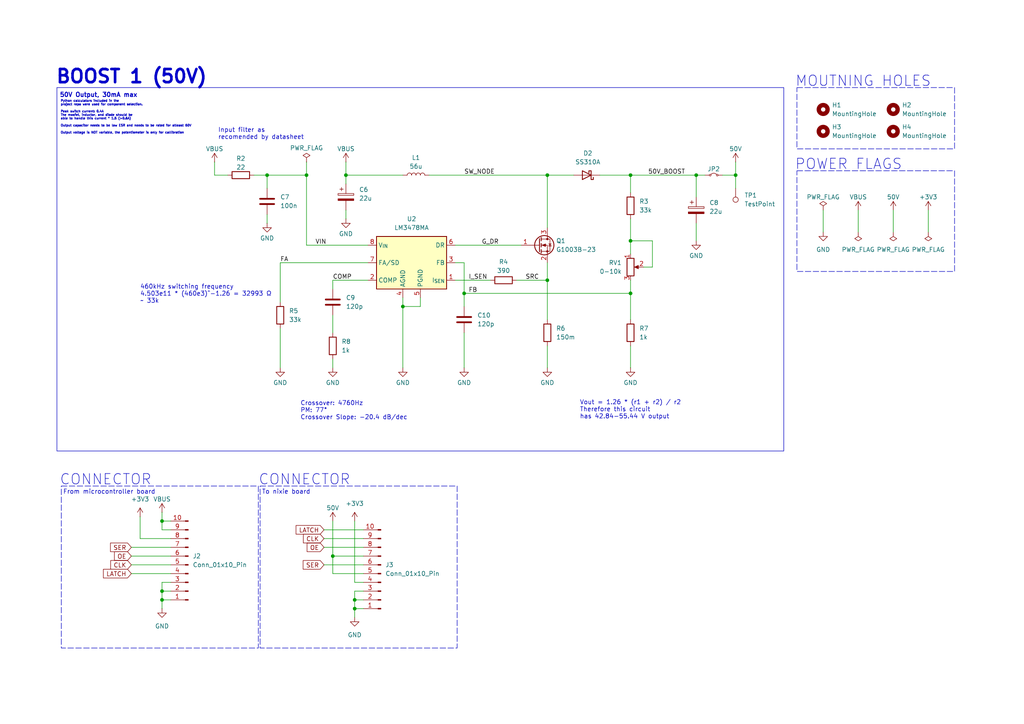
<source format=kicad_sch>
(kicad_sch (version 20250114) (generator "eeschema") (generator_version "9.0")
  (paper "A4")
  (title_block (title "Power Supply Schematic") (date "2024-06-06") (rev "0.1.1"))
  (lib_symbols
    (symbol "Connector:Conn_01x10_Pin" (pin_names (offset 1.016) (hide yes))
      (property "Reference" "J" (at 0 12.7 0))
      (property "Value" "Conn_01x10_Pin" (at 0 -15.24 0))
      (symbol "Conn_01x10_Pin_1_1"
        (rectangle (start 0.8636 10.287) (end 0 10.033) (stroke (width 0.1524)) (fill (type outline)))
        (rectangle (start 0.8636 7.747) (end 0 7.493) (stroke (width 0.1524)) (fill (type outline)))
        (rectangle (start 0.8636 5.207) (end 0 4.953) (stroke (width 0.1524)) (fill (type outline)))
        (rectangle (start 0.8636 2.667) (end 0 2.413) (stroke (width 0.1524)) (fill (type outline)))
        (rectangle (start 0.8636 0.127) (end 0 -0.127) (stroke (width 0.1524)) (fill (type outline)))
        (rectangle (start 0.8636 -2.413) (end 0 -2.667) (stroke (width 0.1524)) (fill (type outline)))
        (rectangle (start 0.8636 -4.953) (end 0 -5.207) (stroke (width 0.1524)) (fill (type outline)))
        (rectangle (start 0.8636 -7.493) (end 0 -7.747) (stroke (width 0.1524)) (fill (type outline)))
        (rectangle (start 0.8636 -10.033) (end 0 -10.287) (stroke (width 0.1524)) (fill (type outline)))
        (rectangle (start 0.8636 -12.573) (end 0 -12.827) (stroke (width 0.1524)) (fill (type outline)))
        (polyline (pts (xy 1.27 10.16) (xy 0.8636 10.16)) (stroke (width 0.1524)))
        (polyline (pts (xy 1.27 7.62) (xy 0.8636 7.62)) (stroke (width 0.1524)))
        (polyline (pts (xy 1.27 5.08) (xy 0.8636 5.08)) (stroke (width 0.1524)))
        (polyline (pts (xy 1.27 2.54) (xy 0.8636 2.54)) (stroke (width 0.1524)))
        (polyline (pts (xy 1.27 0) (xy 0.8636 0)) (stroke (width 0.1524)))
        (polyline (pts (xy 1.27 -2.54) (xy 0.8636 -2.54)) (stroke (width 0.1524)))
        (polyline (pts (xy 1.27 -5.08) (xy 0.8636 -5.08)) (stroke (width 0.1524)))
        (polyline (pts (xy 1.27 -7.62) (xy 0.8636 -7.62)) (stroke (width 0.1524)))
        (polyline (pts (xy 1.27 -10.16) (xy 0.8636 -10.16)) (stroke (width 0.1524)))
        (polyline (pts (xy 1.27 -12.7) (xy 0.8636 -12.7)) (stroke (width 0.1524)))
        (pin passive line (at 5.08 10.16 180) (length 3.81) (name "Pin_1") (number "1"))
        (pin passive line (at 5.08 7.62 180) (length 3.81) (name "Pin_2") (number "2"))
        (pin passive line (at 5.08 5.08 180) (length 3.81) (name "Pin_3") (number "3"))
        (pin passive line (at 5.08 2.54 180) (length 3.81) (name "Pin_4") (number "4"))
        (pin passive line (at 5.08 0 180) (length 3.81) (name "Pin_5") (number "5"))
        (pin passive line (at 5.08 -2.54 180) (length 3.81) (name "Pin_6") (number "6"))
        (pin passive line (at 5.08 -5.08 180) (length 3.81) (name "Pin_7") (number "7"))
        (pin passive line (at 5.08 -7.62 180) (length 3.81) (name "Pin_8") (number "8"))
        (pin passive line (at 5.08 -10.16 180) (length 3.81) (name "Pin_9") (number "9"))
        (pin passive line (at 5.08 -12.7 180) (length 3.81) (name "Pin_10") (number "10"))
      )
    )
    (symbol "Connector:TestPoint" (pin_numbers (hide yes)) (pin_names (offset 0.762) (hide yes))
      (property "Reference" "TP" (at 0 6.858 0))
      (property "Value" "TestPoint" (at 0 5.08 0))
      (symbol "TestPoint_0_1"
        (circle (center 0 3.302) (radius 0.762))
      )
      (symbol "TestPoint_1_1"
        (pin passive line (at 0 0 90) (length 2.54) (name "1") (number "1"))
      )
    )
    (symbol "Custom:170V" (power) (pin_numbers (hide yes)) (pin_names (offset 0) (hide yes))
      (property "Value" "170V" (at 0 3.556 0))
      (symbol "170V_0_1"
        (polyline (pts (xy -0.762 1.27) (xy 0 2.54)))
        (polyline (pts (xy 0 2.54) (xy 0.762 1.27)))
        (polyline (pts (xy 0 0) (xy 0 2.54)))
      )
      (symbol "170V_1_1"
        (pin power_in line (at 0 0 90) (length 0) (name "~") (number "1"))
      )
    )
    (symbol "Device:C" (pin_numbers (hide yes)) (pin_names (offset 0.254))
      (property "Reference" "C" (at 0.635 2.54 0))
      (property "Value" "C" (at 0.635 -2.54 0))
      (symbol "C_0_1"
        (polyline (pts (xy -2.032 0.762) (xy 2.032 0.762)) (stroke (width 0.508)))
        (polyline (pts (xy -2.032 -0.762) (xy 2.032 -0.762)) (stroke (width 0.508)))
      )
      (symbol "C_1_1"
        (pin passive line (at 0 3.81 270) (length 2.794) (name "~") (number "1"))
        (pin passive line (at 0 -3.81 90) (length 2.794) (name "~") (number "2"))
      )
    )
    (symbol "Device:C_Polarized" (pin_numbers (hide yes)) (pin_names (offset 0.254))
      (property "Reference" "C" (at 0.635 2.54 0))
      (property "Value" "C_Polarized" (at 0.635 -2.54 0))
      (symbol "C_Polarized_0_1"
        (rectangle (start -2.286 0.508) (end 2.286 1.016))
        (polyline (pts (xy -1.778 2.286) (xy -0.762 2.286)))
        (polyline (pts (xy -1.27 2.794) (xy -1.27 1.778)))
        (rectangle (start 2.286 -0.508) (end -2.286 -1.016) (fill (type outline)))
      )
      (symbol "C_Polarized_1_1"
        (pin passive line (at 0 3.81 270) (length 2.794) (name "~") (number "1"))
        (pin passive line (at 0 -3.81 90) (length 2.794) (name "~") (number "2"))
      )
    )
    (symbol "Device:D_Schottky" (pin_numbers (hide yes)) (pin_names (offset 1.016) (hide yes))
      (property "Reference" "D" (at 0 2.54 0))
      (property "Value" "D_Schottky" (at 0 -2.54 0))
      (symbol "D_Schottky_0_1"
        (polyline (pts (xy -1.905 0.635) (xy -1.905 1.27) (xy -1.27 1.27) (xy -1.27 -1.27) (xy -0.635 -1.27) (xy -0.635 -0.635)) (stroke (width 0.254)))
        (polyline (pts (xy 1.27 1.27) (xy 1.27 -1.27) (xy -1.27 0) (xy 1.27 1.27)) (stroke (width 0.254)))
        (polyline (pts (xy 1.27 0) (xy -1.27 0)))
      )
      (symbol "D_Schottky_1_1"
        (pin passive line (at -3.81 0 0) (length 2.54) (name "K") (number "1"))
        (pin passive line (at 3.81 0 180) (length 2.54) (name "A") (number "2"))
      )
    )
    (symbol "Device:L" (pin_numbers (hide yes)) (pin_names (offset 1.016) (hide yes))
      (property "Reference" "L" (at -1.27 0 90))
      (property "Value" "L" (at 1.905 0 90))
      (symbol "L_0_1"
        (arc (start 0 2.54) (mid 0.6323 1.905) (end 0 1.27))
        (arc (start 0 1.27) (mid 0.6323 0.635) (end 0 0))
        (arc (start 0 0) (mid 0.6323 -0.635) (end 0 -1.27))
        (arc (start 0 -1.27) (mid 0.6323 -1.905) (end 0 -2.54))
      )
      (symbol "L_1_1"
        (pin passive line (at 0 3.81 270) (length 1.27) (name "1") (number "1"))
        (pin passive line (at 0 -3.81 90) (length 1.27) (name "2") (number "2"))
      )
    )
    (symbol "Device:R" (pin_numbers (hide yes)) (pin_names (offset 0))
      (property "Reference" "R" (at 2.032 0 90))
      (property "Value" "R" (at 0 0 90))
      (symbol "R_0_1"
        (rectangle (start -1.016 -2.54) (end 1.016 2.54) (stroke (width 0.254)))
      )
      (symbol "R_1_1"
        (pin passive line (at 0 3.81 270) (length 1.27) (name "~") (number "1"))
        (pin passive line (at 0 -3.81 90) (length 1.27) (name "~") (number "2"))
      )
    )
    (symbol "Device:R_Potentiometer" (pin_names (offset 1.016) (hide yes))
      (property "Reference" "RV" (at -4.445 0 90))
      (property "Value" "R_Potentiometer" (at -2.54 0 90))
      (symbol "R_Potentiometer_0_1"
        (rectangle (start 1.016 2.54) (end -1.016 -2.54) (stroke (width 0.254)))
        (polyline (pts (xy 1.143 0) (xy 2.286 0.508) (xy 2.286 -0.508) (xy 1.143 0)) (fill (type outline)))
        (polyline (pts (xy 2.54 0) (xy 1.524 0)))
      )
      (symbol "R_Potentiometer_1_1"
        (pin passive line (at 0 3.81 270) (length 1.27) (name "1") (number "1"))
        (pin passive line (at 0 -3.81 90) (length 1.27) (name "3") (number "3"))
        (pin passive line (at 3.81 0 180) (length 1.27) (name "2") (number "2"))
      )
    )
    (symbol "Jumper:Jumper_2_Small_Bridged" (pin_numbers (hide yes)) (pin_names (offset 0) (hide yes))
      (property "Reference" "JP" (at 0 2.032 0))
      (property "Value" "Jumper_2_Small_Bridged" (at 0 -2.286 0))
      (symbol "Jumper_2_Small_Bridged_0_0"
        (circle (center -1.016 0) (radius 0.254))
        (circle (center 1.016 0) (radius 0.254))
      )
      (symbol "Jumper_2_Small_Bridged_0_1"
        (arc (start -0.762 0.254) (mid 0 0.5696) (end 0.762 0.254))
      )
      (symbol "Jumper_2_Small_Bridged_1_1"
        (pin passive line (at -2.54 0 0) (length 1.27) (name "A") (number "1"))
        (pin passive line (at 2.54 0 180) (length 1.27) (name "B") (number "2"))
      )
    )
    (symbol "Mechanical:MountingHole" (pin_names (offset 1.016)) (exclude_from_sim yes) (in_bom no)
      (property "Reference" "H" (at 0 5.08 0))
      (property "Value" "MountingHole" (at 0 3.175 0))
      (symbol "MountingHole_0_1"
        (circle (center 0 0) (radius 1.27) (stroke (width 1.27)))
      )
    )
    (symbol "Regulator_Controller:LM3478MA"
      (property "Reference" "U" (at -9.525 8.89 0))
      (property "Value" "LM3478MA" (at 5.08 8.89 0))
      (symbol "LM3478MA_0_1"
        (rectangle (start -10.16 7.62) (end 10.16 -7.62) (stroke (width 0.254)) (fill (type background)))
      )
      (symbol "LM3478MA_1_1"
        (pin power_in line (at -12.7 5.08 0) (length 2.54) (name "V_{IN}") (number "8"))
        (pin input line (at -12.7 0 0) (length 2.54) (name "FA/SD") (number "7"))
        (pin input line (at -12.7 -5.08 0) (length 2.54) (name "COMP") (number "2"))
        (pin power_in line (at -2.54 -10.16 90) (length 2.54) (name "AGND") (number "4"))
        (pin power_in line (at 2.54 -10.16 90) (length 2.54) (name "PGND") (number "5"))
        (pin output line (at 12.7 5.08 180) (length 2.54) (name "DR") (number "6"))
        (pin input line (at 12.7 0 180) (length 2.54) (name "FB") (number "3"))
        (pin input line (at 12.7 -5.08 180) (length 2.54) (name "I_{SEN}") (number "1"))
      )
    )
    (symbol "Transistor_FET:2N7002E" (pin_names (offset 0) (hide yes))
      (property "Reference" "Q" (at 5.08 1.905 0))
      (property "Value" "2N7002E" (at 5.08 0 0))
      (symbol "2N7002E_0_1"
        (polyline (pts (xy 0.254 1.905) (xy 0.254 -1.905)) (stroke (width 0.254)))
        (polyline (pts (xy 0.254 0) (xy -2.54 0)))
        (polyline (pts (xy 0.762 2.286) (xy 0.762 1.27)) (stroke (width 0.254)))
        (polyline (pts (xy 0.762 0.508) (xy 0.762 -0.508)) (stroke (width 0.254)))
        (polyline (pts (xy 0.762 -1.27) (xy 0.762 -2.286)) (stroke (width 0.254)))
        (polyline (pts (xy 0.762 -1.778) (xy 3.302 -1.778) (xy 3.302 1.778) (xy 0.762 1.778)))
        (polyline (pts (xy 1.016 0) (xy 2.032 0.381) (xy 2.032 -0.381) (xy 1.016 0)) (fill (type outline)))
        (circle (center 1.651 0) (radius 2.794) (stroke (width 0.254)))
        (polyline (pts (xy 2.54 2.54) (xy 2.54 1.778)))
        (circle (center 2.54 1.778) (radius 0.254) (fill (type outline)))
        (circle (center 2.54 -1.778) (radius 0.254) (fill (type outline)))
        (polyline (pts (xy 2.54 -2.54) (xy 2.54 0) (xy 0.762 0)))
        (polyline (pts (xy 2.921 0.381) (xy 3.683 0.381)))
        (polyline (pts (xy 3.302 0.381) (xy 2.921 -0.254) (xy 3.683 -0.254) (xy 3.302 0.381)))
      )
      (symbol "2N7002E_1_1"
        (pin input line (at -5.08 0 0) (length 2.54) (name "G") (number "1"))
        (pin passive line (at 2.54 5.08 270) (length 2.54) (name "D") (number "3"))
        (pin passive line (at 2.54 -5.08 90) (length 2.54) (name "S") (number "2"))
      )
    )
    (symbol "power:+3V3" (power) (pin_numbers (hide yes)) (pin_names (offset 0) (hide yes))
      (property "Value" "+3V3" (at 0 3.556 0))
      (symbol "+3V3_0_1"
        (polyline (pts (xy -0.762 1.27) (xy 0 2.54)))
        (polyline (pts (xy 0 2.54) (xy 0.762 1.27)))
        (polyline (pts (xy 0 0) (xy 0 2.54)))
      )
      (symbol "+3V3_1_1"
        (pin power_in line (at 0 0 90) (length 0) (name "~") (number "1"))
      )
    )
    (symbol "power:GND" (power) (pin_numbers (hide yes)) (pin_names (offset 0) (hide yes))
      (property "Value" "GND" (at 0 -3.81 0))
      (symbol "GND_0_1"
        (polyline (pts (xy 0 0) (xy 0 -1.27) (xy 1.27 -1.27) (xy 0 -2.54) (xy -1.27 -1.27) (xy 0 -1.27)))
      )
      (symbol "GND_1_1"
        (pin power_in line (at 0 0 270) (length 0) (name "~") (number "1"))
      )
    )
    (symbol "power:PWR_FLAG" (power) (pin_numbers (hide yes)) (pin_names (offset 0) (hide yes))
      (property "Value" "PWR_FLAG" (at 0 3.81 0))
      (symbol "PWR_FLAG_0_0"
        (pin power_out line (at 0 0 90) (length 0) (name "~") (number "1"))
      )
      (symbol "PWR_FLAG_0_1"
        (polyline (pts (xy 0 0) (xy 0 1.27) (xy -1.016 1.905) (xy 0 2.54) (xy 1.016 1.905) (xy 0 1.27)))
      )
    )
    (symbol "power:VBUS" (power) (pin_numbers (hide yes)) (pin_names (offset 0) (hide yes))
      (property "Value" "VBUS" (at 0 3.556 0))
      (symbol "VBUS_0_1"
        (polyline (pts (xy -0.762 1.27) (xy 0 2.54)))
        (polyline (pts (xy 0 2.54) (xy 0.762 1.27)))
        (polyline (pts (xy 0 0) (xy 0 2.54)))
      )
      (symbol "VBUS_1_1"
        (pin power_in line (at 0 0 90) (length 0) (name "~") (number "1"))
      )
    )
  )
  (rectangle (start 231.14 25.4) (end 276.86 43.18) (stroke (width 0) (type dash)))
  (rectangle (start 231.14 49.53) (end 276.86 78.74) (stroke (width 0) (type dash)))
  (rectangle (start 17.78 140.97) (end 74.93 187.96) (stroke (width 0) (type dash)))
  (rectangle (start 16.51 25.4) (end 227.33 130.81))
  (rectangle (start 75.438 140.97) (end 132.588 187.96) (stroke (width 0) (type dash)))
  (text "MOUTNING HOLES" (at 230.632 25.4 0) (effects (font (size 3 3)) (justify left bottom)))
  (text "From microcontroller board" (at 18.288 143.51 0) (effects (font (size 1.27 1.27)) (justify left bottom)))
  (text "Python calculators included in the\nproject repo were used for component selection.\n\nPeak switch current: 0.4A\nThe mosfet, inductor, and diode should be\nable to handle this current * 1.5 (>0.6A)\n\nOutput capacitor needs to be low ESR and needs to be rated for atleast 60V\n\nOutput voltage is NOT variable, the potentiometer is only for callibration" (at 17.526 34.036 0) (effects (font (size 0.635 0.635) (thickness 0.254) (bold yes)) (justify left)))
  (text "460kHz switching frequency\n4.503e11 * (460e3)^-1.26 = 32993 Ω\n~ 33k" (at 40.64 85.344 0) (effects (font (size 1.27 1.27)) (justify left)))
  (text "BOOST 1 (50V)" (at 16.002 22.352 0) (effects (font (size 3.81 3.81) (thickness 0.762) (bold yes)) (justify left)))
  (text "Vout = 1.26 * (r1 + r2) / r2\nTherefore this circuit\nhas 42.84-55.44 V output" (at 168.148 118.872 0) (effects (font (size 1.27 1.27)) (justify left)))
  (text "CONNECTOR" (at 17.272 140.97 0) (effects (font (size 3 3)) (justify left bottom)))
  (text "CONNECTOR" (at 74.93 140.97 0) (effects (font (size 3 3)) (justify left bottom)))
  (text "Crossover: 4760Hz\nPM: 77°\nCrossover Slope: -20.4 dB/dec" (at 87.122 119.126 0) (effects (font (size 1.27 1.27)) (justify left)))
  (text "To nixie board" (at 75.946 143.51 0) (effects (font (size 1.27 1.27)) (justify left bottom)))
  (text "Input filter as\nrecomended by datasheet" (at 63.246 38.862 0) (effects (font (size 1.27 1.27)) (justify left)))
  (text "POWER FLAGS" (at 246.126 47.752 0) (effects (font (size 3 3))))
  (text "50V Output, 30mA max" (at 17.272 27.686 0) (effects (font (size 1.27 1.27) (thickness 0.254) (bold yes)) (justify left)))
  (junction (at 213.36 50.8))
  (junction (at 96.52 161.29))
  (junction (at 100.33 50.8))
  (junction (at 116.84 88.9))
  (junction (at 182.88 50.8))
  (junction (at 134.62 85.09))
  (junction (at 102.87 173.99))
  (junction (at 77.47 50.8))
  (junction (at 201.93 50.8))
  (junction (at 46.99 171.45))
  (junction (at 46.99 173.99))
  (junction (at 46.99 151.13))
  (junction (at 158.75 50.8))
  (junction (at 158.75 81.28))
  (junction (at 88.9 50.8))
  (junction (at 102.87 176.53))
  (junction (at 182.88 85.09))
  (junction (at 182.88 69.85))
  (wire (pts (xy 38.1 163.83) (xy 49.53 163.83)))
  (wire (pts (xy 248.92 60.96) (xy 248.92 67.31)))
  (wire (pts (xy 100.33 53.34) (xy 100.33 50.8)))
  (wire (pts (xy 204.47 50.8) (xy 201.93 50.8)))
  (wire (pts (xy 158.75 50.8) (xy 158.75 66.04)))
  (wire (pts (xy 182.88 100.33) (xy 182.88 106.68)))
  (wire (pts (xy 49.53 156.21) (xy 40.64 156.21)))
  (wire (pts (xy 182.88 50.8) (xy 201.93 50.8)))
  (wire (pts (xy 213.36 46.99) (xy 213.36 50.8)))
  (wire (pts (xy 158.75 76.2) (xy 158.75 81.28)))
  (wire (pts (xy 46.99 151.13) (xy 49.53 151.13)))
  (wire (pts (xy 93.98 153.67) (xy 105.41 153.67)))
  (wire (pts (xy 173.99 50.8) (xy 182.88 50.8)))
  (wire (pts (xy 102.87 171.45) (xy 102.87 173.99)))
  (wire (pts (xy 158.75 81.28) (xy 158.75 92.71)))
  (wire (pts (xy 149.86 81.28) (xy 158.75 81.28)))
  (wire (pts (xy 189.23 77.47) (xy 189.23 69.85)))
  (wire (pts (xy 134.62 85.09) (xy 134.62 88.9)))
  (wire (pts (xy 132.08 71.12) (xy 151.13 71.12)))
  (wire (pts (xy 201.93 50.8) (xy 201.93 57.15)))
  (wire (pts (xy 134.62 76.2) (xy 134.62 85.09)))
  (wire (pts (xy 121.92 88.9) (xy 121.92 86.36)))
  (wire (pts (xy 124.46 50.8) (xy 158.75 50.8)))
  (wire (pts (xy 106.68 76.2) (xy 81.28 76.2)))
  (wire (pts (xy 134.62 85.09) (xy 182.88 85.09)))
  (wire (pts (xy 102.87 176.53) (xy 102.87 179.07)))
  (wire (pts (xy 182.88 50.8) (xy 182.88 55.88)))
  (wire (pts (xy 182.88 85.09) (xy 182.88 92.71)))
  (wire (pts (xy 209.55 50.8) (xy 213.36 50.8)))
  (wire (pts (xy 102.87 151.13) (xy 102.87 168.91)))
  (wire (pts (xy 49.53 153.67) (xy 46.99 153.67)))
  (wire (pts (xy 46.99 151.13) (xy 46.99 148.59)))
  (wire (pts (xy 38.1 161.29) (xy 49.53 161.29)))
  (wire (pts (xy 134.62 76.2) (xy 132.08 76.2)))
  (wire (pts (xy 182.88 81.28) (xy 182.88 85.09)))
  (wire (pts (xy 238.76 60.96) (xy 238.76 67.31)))
  (wire (pts (xy 158.75 50.8) (xy 166.37 50.8)))
  (wire (pts (xy 81.28 95.25) (xy 81.28 106.68)))
  (wire (pts (xy 46.99 173.99) (xy 46.99 176.53)))
  (wire (pts (xy 38.1 166.37) (xy 49.53 166.37)))
  (wire (pts (xy 66.04 50.8) (xy 62.23 50.8)))
  (wire (pts (xy 96.52 104.14) (xy 96.52 106.68)))
  (wire (pts (xy 93.98 158.75) (xy 105.41 158.75)))
  (wire (pts (xy 116.84 86.36) (xy 116.84 88.9)))
  (wire (pts (xy 77.47 50.8) (xy 77.47 54.61)))
  (wire (pts (xy 96.52 161.29) (xy 96.52 166.37)))
  (wire (pts (xy 46.99 171.45) (xy 46.99 173.99)))
  (wire (pts (xy 93.98 156.21) (xy 105.41 156.21)))
  (wire (pts (xy 96.52 81.28) (xy 106.68 81.28)))
  (wire (pts (xy 38.1 158.75) (xy 49.53 158.75)))
  (wire (pts (xy 102.87 173.99) (xy 105.41 173.99)))
  (wire (pts (xy 213.36 50.8) (xy 213.36 54.61)))
  (wire (pts (xy 116.84 88.9) (xy 121.92 88.9)))
  (wire (pts (xy 100.33 50.8) (xy 116.84 50.8)))
  (wire (pts (xy 201.93 64.77) (xy 201.93 69.85)))
  (wire (pts (xy 189.23 69.85) (xy 182.88 69.85)))
  (wire (pts (xy 96.52 166.37) (xy 105.41 166.37)))
  (wire (pts (xy 134.62 96.52) (xy 134.62 106.68)))
  (wire (pts (xy 269.24 60.96) (xy 269.24 67.31)))
  (wire (pts (xy 73.66 50.8) (xy 77.47 50.8)))
  (wire (pts (xy 102.87 173.99) (xy 102.87 176.53)))
  (wire (pts (xy 100.33 46.99) (xy 100.33 50.8)))
  (wire (pts (xy 96.52 161.29) (xy 105.41 161.29)))
  (wire (pts (xy 132.08 81.28) (xy 142.24 81.28)))
  (wire (pts (xy 88.9 46.99) (xy 88.9 50.8)))
  (wire (pts (xy 158.75 100.33) (xy 158.75 106.68)))
  (wire (pts (xy 100.33 60.96) (xy 100.33 63.5)))
  (wire (pts (xy 62.23 46.99) (xy 62.23 50.8)))
  (wire (pts (xy 46.99 168.91) (xy 49.53 168.91)))
  (wire (pts (xy 105.41 171.45) (xy 102.87 171.45)))
  (wire (pts (xy 116.84 88.9) (xy 116.84 106.68)))
  (wire (pts (xy 88.9 50.8) (xy 88.9 71.12)))
  (wire (pts (xy 93.98 163.83) (xy 105.41 163.83)))
  (wire (pts (xy 46.99 173.99) (xy 49.53 173.99)))
  (wire (pts (xy 182.88 69.85) (xy 182.88 73.66)))
  (wire (pts (xy 46.99 153.67) (xy 46.99 151.13)))
  (wire (pts (xy 259.08 60.96) (xy 259.08 67.31)))
  (wire (pts (xy 49.53 171.45) (xy 46.99 171.45)))
  (wire (pts (xy 46.99 171.45) (xy 46.99 168.91)))
  (wire (pts (xy 186.69 77.47) (xy 189.23 77.47)))
  (wire (pts (xy 105.41 168.91) (xy 102.87 168.91)))
  (wire (pts (xy 182.88 63.5) (xy 182.88 69.85)))
  (wire (pts (xy 88.9 71.12) (xy 106.68 71.12)))
  (wire (pts (xy 40.64 156.21) (xy 40.64 149.86)))
  (wire (pts (xy 81.28 76.2) (xy 81.28 87.63)))
  (wire (pts (xy 96.52 91.44) (xy 96.52 96.52)))
  (wire (pts (xy 77.47 50.8) (xy 88.9 50.8)))
  (wire (pts (xy 96.52 81.28) (xy 96.52 83.82)))
  (wire (pts (xy 96.52 151.13) (xy 96.52 161.29)))
  (wire (pts (xy 102.87 176.53) (xy 105.41 176.53)))
  (wire (pts (xy 77.47 62.23) (xy 77.47 64.77)))
  (label "G_DR" (at 139.7 71.12 0))
  (label "SW_NODE" (at 134.62 50.8 0))
  (label "COMP" (at 96.52 81.28 0))
  (label "I_SEN" (at 135.89 81.28 0))
  (label "VIN" (at 91.44 71.12 0) (effects (font (thickness 0.1588))))
  (label "FB" (at 135.89 85.09 0))
  (label "FA" (at 81.28 76.2 0))
  (label "SRC" (at 152.4 81.28 0))
  (label "50V_BOOST" (at 187.96 50.8 0))
  (global_label "CLK" (shape input) (at 38.1 163.83 180) (property "Intersheetrefs" "${INTERSHEET_REFS}" (effects (hide yes))))
  (global_label "SER" (shape input) (at 93.98 163.83 180) (property "Intersheetrefs" "${INTERSHEET_REFS}" (effects (hide yes))))
  (global_label "LATCH" (shape input) (at 93.98 153.67 180) (property "Intersheetrefs" "${INTERSHEET_REFS}" (effects (hide yes))))
  (global_label "CLK" (shape input) (at 93.98 156.21 180) (property "Intersheetrefs" "${INTERSHEET_REFS}" (effects (hide yes))))
  (global_label "SER" (shape input) (at 38.1 158.75 180) (property "Intersheetrefs" "${INTERSHEET_REFS}" (effects (hide yes))))
  (global_label "OE" (shape input) (at 93.98 158.75 180) (property "Intersheetrefs" "${INTERSHEET_REFS}" (effects (hide yes))))
  (global_label "OE" (shape input) (at 38.1 161.29 180) (property "Intersheetrefs" "${INTERSHEET_REFS}" (effects (hide yes))))
  (global_label "LATCH" (shape input) (at 38.1 166.37 180) (property "Intersheetrefs" "${INTERSHEET_REFS}" (effects (hide yes))))
  (symbol (lib_id "power:VBUS") (at 100.33 46.99 0) (unit 1)
    (property "Reference" "#PWR03" (effects (hide yes)))
    (property "Value" "VBUS" (at 100.33 43.18 0))
    (property "Description" "Power symbol creates a global label with name \"VBUS\"" (effects (hide yes)))
  )
  (symbol (lib_id "power:GND") (at 116.84 106.68 0) (mirror y) (unit 1)
    (property "Reference" "#PWR032" (effects (hide yes)))
    (property "Value" "GND" (at 116.84 110.998 0))
    (property "Description" "Power symbol creates a global label with name \"GND\" , ground" (effects (hide yes)))
  )
  (symbol (lib_id "Mechanical:MountingHole") (at 259.08 38.1 0) (unit 1) (exclude_from_sim yes) (in_bom no)
    (property "Reference" "H4" (at 261.62 36.8299 0) (effects (justify left)))
    (property "Value" "MountingHole" (at 261.62 39.3699 0) (effects (justify left)))
    (property "Footprint" "MountingHole:MountingHole_3.2mm_M3" (effects (hide yes)))
    (property "Description" "Mounting Hole without connection" (effects (hide yes)))
  )
  (symbol (lib_id "power:GND") (at 158.75 106.68 0) (mirror y) (unit 1)
    (property "Reference" "#PWR034" (effects (hide yes)))
    (property "Value" "GND" (at 158.75 110.998 0))
    (property "Description" "Power symbol creates a global label with name \"GND\" , ground" (effects (hide yes)))
  )
  (symbol (lib_id "power:GND") (at 182.88 106.68 0) (mirror y) (unit 1)
    (property "Reference" "#PWR035" (effects (hide yes)))
    (property "Value" "GND" (at 182.88 110.998 0))
    (property "Description" "Power symbol creates a global label with name \"GND\" , ground" (effects (hide yes)))
  )
  (symbol (lib_id "power:+3V3") (at 102.87 151.13 0) (unit 1)
    (property "Reference" "#PWR023" (effects (hide yes)))
    (property "Value" "+3V3" (at 102.87 146.05 0))
    (property "Description" "Power symbol creates a global label with name \"+3V3\"" (effects (hide yes)))
  )
  (symbol (lib_id "Device:R_Potentiometer") (at 182.88 77.47 0) (unit 1)
    (property "Reference" "RV1" (at 180.34 76.1999 0) (effects (justify right)))
    (property "Value" "0-10k" (at 180.34 78.7399 0) (effects (justify right)))
    (property "Footprint" "CustomFootprints:Potentiometer_Bourns_TC33X_Vertical" (effects (hide yes)))
    (property "Datasheet" "https://www.lcsc.com/datasheet/C719176.pdf" (effects (hide yes)))
    (property "Description" "Potentiometer" (effects (hide yes)))
    (property "LCSC PART #" "C719176" (effects (hide yes)))
  )
  (symbol (lib_id "power:GND") (at 81.28 106.68 0) (mirror y) (unit 1)
    (property "Reference" "#PWR030" (effects (hide yes)))
    (property "Value" "GND" (at 81.28 110.998 0))
    (property "Description" "Power symbol creates a global label with name \"GND\" , ground" (effects (hide yes)))
  )
  (symbol (lib_id "Device:C_Polarized") (at 100.33 57.15 0) (unit 1)
    (property "Reference" "C6" (at 104.14 54.9909 0) (effects (justify left)))
    (property "Value" "22u" (at 104.14 57.5309 0) (effects (justify left)))
    (property "Footprint" "Capacitor_SMD:CP_Elec_6.3x9.9" (effects (hide yes)))
    (property "Datasheet" "https://www.lcsc.com/datasheet/C19270543.pdf" (effects (hide yes)))
    (property "Description" "Polarized capacitor" (effects (hide yes)))
    (property "LCSC PART #" "C19270543" (effects (hide yes)))
  )
  (symbol (lib_id "power:GND") (at 77.47 64.77 0) (mirror y) (unit 1)
    (property "Reference" "#PWR028" (effects (hide yes)))
    (property "Value" "GND" (at 77.47 69.088 0))
    (property "Description" "Power symbol creates a global label with name \"GND\" , ground" (effects (hide yes)))
  )
  (symbol (lib_id "power:GND") (at 238.76 67.31 0) (unit 1)
    (property "Reference" "#PWR015" (effects (hide yes)))
    (property "Value" "GND" (at 238.76 72.39 0))
    (property "Description" "Power symbol creates a global label with name \"GND\" , ground" (effects (hide yes)))
  )
  (symbol (lib_id "Device:R") (at 81.28 91.44 0) (unit 1)
    (property "Reference" "R5" (at 83.82 90.1699 0) (effects (justify left)))
    (property "Value" "33k" (at 83.82 92.7099 0) (effects (justify left)))
    (property "Footprint" "Resistor_SMD:R_0603_1608Metric" (effects (hide yes)))
    (property "Datasheet" "https://www.lcsc.com/datasheet/C2907028.pdf" (effects (hide yes)))
    (property "Description" "Resistor" (effects (hide yes)))
    (property "LCSC PART #" "C2907028" (effects (hide yes)))
  )
  (symbol (lib_id "Device:C") (at 96.52 87.63 0) (unit 1)
    (property "Reference" "C9" (at 100.33 86.3599 0) (effects (justify left)))
    (property "Value" "120p" (at 100.33 88.8999 0) (effects (justify left)))
    (property "Footprint" "Capacitor_SMD:C_0603_1608Metric" (effects (hide yes)))
    (property "Datasheet" "https://www.lcsc.com/datasheet/C18438.pdf" (effects (hide yes)))
    (property "Description" "Unpolarized capacitor" (effects (hide yes)))
    (property "LCSC PART #" "C18438" (effects (hide yes)))
  )
  (symbol (lib_id "power:GND") (at 100.33 63.5 0) (mirror y) (unit 1)
    (property "Reference" "#PWR027" (effects (hide yes)))
    (property "Value" "GND" (at 100.33 67.818 0))
    (property "Description" "Power symbol creates a global label with name \"GND\" , ground" (effects (hide yes)))
  )
  (symbol (lib_id "Device:C") (at 134.62 92.71 0) (unit 1)
    (property "Reference" "C10" (at 138.43 91.4399 0) (effects (justify left)))
    (property "Value" "120p" (at 138.43 93.9799 0) (effects (justify left)))
    (property "Footprint" "Capacitor_SMD:C_0603_1608Metric" (effects (hide yes)))
    (property "Datasheet" "https://www.lcsc.com/datasheet/C18438.pdf" (effects (hide yes)))
    (property "Description" "Unpolarized capacitor" (effects (hide yes)))
    (property "LCSC PART #" "C18438" (effects (hide yes)))
  )
  (symbol (lib_id "Mechanical:MountingHole") (at 238.76 38.1 0) (unit 1) (exclude_from_sim yes) (in_bom no)
    (property "Reference" "H3" (at 241.3 36.8299 0) (effects (justify left)))
    (property "Value" "MountingHole" (at 241.3 39.3699 0) (effects (justify left)))
    (property "Footprint" "MountingHole:MountingHole_3.2mm_M3" (effects (hide yes)))
    (property "Description" "Mounting Hole without connection" (effects (hide yes)))
  )
  (symbol (lib_id "Device:D_Schottky") (at 170.18 50.8 180) (unit 1)
    (property "Reference" "D2" (at 170.4975 44.45 0))
    (property "Value" "SS310A" (at 170.4975 46.99 0))
    (property "Footprint" "Diode_SMD:D_SMA" (effects (hide yes)))
    (property "Datasheet" "https://www.lcsc.com/datasheet/C48996628.pdf" (effects (hide yes)))
    (property "Description" "Schottky diode" (effects (hide yes)))
    (property "LCSC PART #" "C48996628" (effects (hide yes)))
  )
  (symbol (lib_id "power:+3V3") (at 40.64 149.86 0) (unit 1)
    (property "Reference" "#PWR020" (effects (hide yes)))
    (property "Value" "+3V3" (at 40.64 144.78 0))
    (property "Description" "Power symbol creates a global label with name \"+3V3\"" (effects (hide yes)))
  )
  (symbol (lib_id "Jumper:Jumper_2_Small_Bridged") (at 207.01 50.8 0) (unit 1)
    (property "Reference" "JP2" (at 207.01 49.022 0))
    (property "Value" "Jumper_2_Small_Bridged" (effects (hide yes)))
    (property "Footprint" "Connector_PinHeader_2.54mm:PinHeader_1x02_P2.54mm_Vertical_SMD_Pin1Left" (effects (hide yes)))
    (property "Datasheet" "https://www.lcsc.com/datasheet/C41432920.pdf" (effects (hide yes)))
    (property "Description" "Jumper, 2-pole, small symbol, bridged" (effects (hide yes)))
    (property "LCSC PART #" "C41432920" (effects (hide yes)))
  )
  (symbol (lib_id "power:GND") (at 96.52 106.68 0) (mirror y) (unit 1)
    (property "Reference" "#PWR031" (effects (hide yes)))
    (property "Value" "GND" (at 96.52 110.998 0))
    (property "Description" "Power symbol creates a global label with name \"GND\" , ground" (effects (hide yes)))
  )
  (symbol (lib_id "power:PWR_FLAG") (at 238.76 60.96 0) (unit 1)
    (property "Reference" "#FLG01" (effects (hide yes)))
    (property "Value" "PWR_FLAG" (at 238.76 57.15 0))
    (property "Description" "Special symbol for telling ERC where power comes from" (effects (hide yes)))
  )
  (symbol (lib_id "Device:R") (at 146.05 81.28 90) (unit 1)
    (property "Reference" "R4" (at 146.05 75.946 90))
    (property "Value" "390" (at 146.05 78.486 90))
    (property "Footprint" "Resistor_SMD:R_0603_1608Metric" (effects (hide yes)))
    (property "Datasheet" "https://www.lcsc.com/datasheet/C49653317.pdf" (effects (hide yes)))
    (property "Description" "Resistor" (effects (hide yes)))
    (property "LCSC PART #" "C49653317" (effects (hide yes)))
  )
  (symbol (lib_id "power:VBUS") (at 62.23 46.99 0) (unit 1)
    (property "Reference" "#PWR01" (effects (hide yes)))
    (property "Value" "VBUS" (at 62.23 43.18 0))
    (property "Description" "Power symbol creates a global label with name \"VBUS\"" (effects (hide yes)))
  )
  (symbol (lib_id "power:VBUS") (at 248.92 60.96 0) (unit 1)
    (property "Reference" "#PWR013" (effects (hide yes)))
    (property "Value" "VBUS" (at 248.92 57.15 0))
    (property "Description" "Power symbol creates a global label with name \"VBUS\"" (effects (hide yes)))
  )
  (symbol (lib_id "Custom:170V") (at 96.52 151.13 0) (unit 1)
    (property "Reference" "#PWR04" (effects (hide yes)))
    (property "Value" "50V" (at 96.52 147.32 0))
    (property "Description" "Power symbol creates a global label with name \"VCC\"" (effects (hide yes)))
  )
  (symbol (lib_id "Device:R") (at 182.88 59.69 0) (unit 1)
    (property "Reference" "R3" (at 185.42 58.4199 0) (effects (justify left)))
    (property "Value" "33k" (at 185.42 60.9599 0) (effects (justify left)))
    (property "Footprint" "Resistor_SMD:R_0603_1608Metric" (effects (hide yes)))
    (property "Datasheet" "https://www.lcsc.com/datasheet/C2907028.pdf" (effects (hide yes)))
    (property "Description" "Resistor" (effects (hide yes)))
    (property "LCSC PART #" "C2907028" (effects (hide yes)))
  )
  (symbol (lib_id "Device:C_Polarized") (at 201.93 60.96 0) (unit 1)
    (property "Reference" "C8" (at 205.74 58.8009 0) (effects (justify left)))
    (property "Value" "22u" (at 205.74 61.3409 0) (effects (justify left)))
    (property "Footprint" "Capacitor_SMD:CP_Elec_6.3x9.9" (effects (hide yes)))
    (property "Datasheet" "https://www.lcsc.com/datasheet/C19270543.pdf" (effects (hide yes)))
    (property "Description" "Polarized capacitor" (effects (hide yes)))
    (property "LCSC PART #" "C19270543" (effects (hide yes)))
  )
  (symbol (lib_id "Custom:170V") (at 213.36 46.99 0) (unit 1)
    (property "Reference" "#PWR02" (effects (hide yes)))
    (property "Value" "50V" (at 213.36 43.18 0))
    (property "Description" "Power symbol creates a global label with name \"VCC\"" (effects (hide yes)))
  )
  (symbol (lib_id "Custom:170V") (at 259.08 60.96 0) (unit 1)
    (property "Reference" "#PWR05" (effects (hide yes)))
    (property "Value" "50V" (at 259.08 57.15 0))
    (property "Description" "Power symbol creates a global label with name \"VCC\"" (effects (hide yes)))
  )
  (symbol (lib_id "power:GND") (at 201.93 69.85 0) (mirror y) (unit 1)
    (property "Reference" "#PWR029" (effects (hide yes)))
    (property "Value" "GND" (at 201.93 74.168 0))
    (property "Description" "Power symbol creates a global label with name \"GND\" , ground" (effects (hide yes)))
  )
  (symbol (lib_id "power:GND") (at 134.62 106.68 0) (mirror y) (unit 1)
    (property "Reference" "#PWR033" (effects (hide yes)))
    (property "Value" "GND" (at 134.62 110.998 0))
    (property "Description" "Power symbol creates a global label with name \"GND\" , ground" (effects (hide yes)))
  )
  (symbol (lib_id "power:GND") (at 46.99 176.53 0) (unit 1)
    (property "Reference" "#PWR021" (effects (hide yes)))
    (property "Value" "GND" (at 46.99 181.61 0))
    (property "Description" "Power symbol creates a global label with name \"GND\" , ground" (effects (hide yes)))
  )
  (symbol (lib_id "Connector:Conn_01x10_Pin") (at 54.61 163.83 180) (unit 1)
    (property "Reference" "J2" (at 55.88 161.2899 0) (effects (justify right)))
    (property "Value" "Conn_01x10_Pin" (at 55.88 163.8299 0) (effects (justify right)))
    (property "Footprint" "Connector_IDC:IDC-Header_2x05_P2.54mm_Vertical" (effects (hide yes)))
    (property "Description" "Generic connector, single row, 01x10, script generated" (effects (hide yes)))
  )
  (symbol (lib_id "Mechanical:MountingHole") (at 259.08 31.75 0) (unit 1) (exclude_from_sim yes) (in_bom no)
    (property "Reference" "H2" (at 261.62 30.4799 0) (effects (justify left)))
    (property "Value" "MountingHole" (at 261.62 33.0199 0) (effects (justify left)))
    (property "Footprint" "MountingHole:MountingHole_3.2mm_M3" (effects (hide yes)))
    (property "Description" "Mounting Hole without connection" (effects (hide yes)))
  )
  (symbol (lib_id "power:PWR_FLAG") (at 248.92 67.31 180) (unit 1)
    (property "Reference" "#FLG02" (effects (hide yes)))
    (property "Value" "PWR_FLAG" (at 248.92 72.39 0))
    (property "Description" "Special symbol for telling ERC where power comes from" (effects (hide yes)))
  )
  (symbol (lib_id "power:VBUS") (at 46.99 148.59 0) (unit 1)
    (property "Reference" "#PWR019" (effects (hide yes)))
    (property "Value" "VBUS" (at 46.99 144.78 0))
    (property "Description" "Power symbol creates a global label with name \"VBUS\"" (effects (hide yes)))
  )
  (symbol (lib_id "power:PWR_FLAG") (at 259.08 67.31 180) (unit 1)
    (property "Reference" "#FLG03" (effects (hide yes)))
    (property "Value" "PWR_FLAG" (at 259.08 72.39 0))
    (property "Description" "Special symbol for telling ERC where power comes from" (effects (hide yes)))
  )
  (symbol (lib_id "Device:R") (at 182.88 96.52 0) (unit 1)
    (property "Reference" "R7" (at 185.42 95.2499 0) (effects (justify left)))
    (property "Value" "1k" (at 185.42 97.7899 0) (effects (justify left)))
    (property "Footprint" "Resistor_SMD:R_0603_1608Metric" (effects (hide yes)))
    (property "Datasheet" "https://www.lcsc.com/datasheet/C2907002.pdf" (effects (hide yes)))
    (property "Description" "Resistor" (effects (hide yes)))
    (property "LCSC PART #" "C2907002" (effects (hide yes)))
  )
  (symbol (lib_id "power:GND") (at 102.87 179.07 0) (unit 1)
    (property "Reference" "#PWR024" (effects (hide yes)))
    (property "Value" "GND" (at 102.87 184.15 0))
    (property "Description" "Power symbol creates a global label with name \"GND\" , ground" (effects (hide yes)))
  )
  (symbol (lib_id "Device:R") (at 69.85 50.8 90) (unit 1)
    (property "Reference" "R2" (at 69.85 45.974 90))
    (property "Value" "22" (at 69.85 48.514 90))
    (property "Footprint" "Resistor_SMD:R_0603_1608Metric" (effects (hide yes)))
    (property "Datasheet" "https://www.lcsc.com/datasheet/C48996824.pdf" (effects (hide yes)))
    (property "Description" "Resistor" (effects (hide yes)))
    (property "LCSC PART #" "C48996824" (effects (hide yes)))
  )
  (symbol (lib_id "Device:R") (at 96.52 100.33 0) (unit 1)
    (property "Reference" "R8" (at 99.06 99.0599 0) (effects (justify left)))
    (property "Value" "1k" (at 99.06 101.5999 0) (effects (justify left)))
    (property "Footprint" "Resistor_SMD:R_0603_1608Metric" (effects (hide yes)))
    (property "Datasheet" "https://www.lcsc.com/datasheet/C2907002.pdf" (effects (hide yes)))
    (property "Description" "Resistor" (effects (hide yes)))
    (property "LCSC PART #" "C2907002" (effects (hide yes)))
  )
  (symbol (lib_id "Regulator_Controller:LM3478MA") (at 119.38 76.2 0) (unit 1)
    (property "Reference" "U2" (at 119.38 63.5 0))
    (property "Value" "LM3478MA" (at 119.38 66.04 0))
    (property "Footprint" "Package_SO:SOIC-8_3.9x4.9mm_P1.27mm" (effects (hide yes)))
    (property "Datasheet" "https://www.ti.com/lit/gpn/lm3478" (effects (hide yes)))
    (property "Description" "2.97~40V Wide Input Range Boost/SEPIC/Flyback DC-DC Controller, SOIC-8" (effects (hide yes)))
    (property "LCSC PART #" "C115907" (effects (hide yes)))
  )
  (symbol (lib_id "Device:L") (at 120.65 50.8 90) (unit 1)
    (property "Reference" "L1" (at 120.65 45.72 90))
    (property "Value" "56u" (at 120.65 48.26 90))
    (property "Footprint" "CustomFootprints:Chilisin SCDS105R" (effects (hide yes)))
    (property "Datasheet" "https://www.lcsc.com/datasheet/C329728.pdf" (effects (hide yes)))
    (property "Description" "Inductor" (effects (hide yes)))
    (property "LCSC PART #" "C329728" (effects (hide yes)))
  )
  (symbol (lib_id "power:PWR_FLAG") (at 269.24 67.31 180) (unit 1)
    (property "Reference" "#FLG04" (effects (hide yes)))
    (property "Value" "PWR_FLAG" (at 269.24 72.39 0))
    (property "Description" "Special symbol for telling ERC where power comes from" (effects (hide yes)))
  )
  (symbol (lib_id "Transistor_FET:2N7002E") (at 156.21 71.12 0) (unit 1)
    (property "Reference" "Q1" (at 161.29 69.85 0) (effects (justify left)))
    (property "Value" "G1003B-23" (at 161.29 72.39 0) (effects (justify left)))
    (property "Footprint" "Package_TO_SOT_SMD:SOT-23-3" (effects (hide yes)))
    (property "Datasheet" "https://www.lcsc.com/datasheet/C41367401.pdf" (effects (hide yes)))
    (property "LCSC PART #" "C22362809" (effects (hide yes)))
  )
  (symbol (lib_id "power:+3V3") (at 269.24 60.96 0) (unit 1)
    (property "Reference" "#PWR016" (effects (hide yes)))
    (property "Value" "+3V3" (at 269.24 57.15 0))
    (property "Description" "Power symbol creates a global label with name \"+3V3\"" (effects (hide yes)))
  )
  (symbol (lib_id "power:PWR_FLAG") (at 88.9 46.99 0) (unit 1)
    (property "Reference" "#FLG05" (effects (hide yes)))
    (property "Value" "PWR_FLAG" (at 88.9 42.926 0))
    (property "Description" "Special symbol for telling ERC where power comes from" (effects (hide yes)))
  )
  (symbol (lib_id "Device:C") (at 77.47 58.42 0) (unit 1)
    (property "Reference" "C7" (at 81.28 57.1499 0) (effects (justify left)))
    (property "Value" "100n" (at 81.28 59.6899 0) (effects (justify left)))
    (property "Footprint" "Capacitor_SMD:C_0603_1608Metric" (effects (hide yes)))
    (property "Datasheet" "https://www.lcsc.com/datasheet/C15725.pdf" (effects (hide yes)))
    (property "Description" "Unpolarized capacitor" (effects (hide yes)))
    (property "LCSC PART #" "C15725" (effects (hide yes)))
  )
  (symbol (lib_id "Connector:Conn_01x10_Pin") (at 110.49 166.37 180) (unit 1)
    (property "Reference" "J3" (at 111.76 163.8299 0) (effects (justify right)))
    (property "Value" "Conn_01x10_Pin" (at 111.76 166.3699 0) (effects (justify right)))
    (property "Footprint" "Connector_IDC:IDC-Header_2x05_P2.54mm_Vertical" (effects (hide yes)))
    (property "Description" "Generic connector, single row, 01x10, script generated" (effects (hide yes)))
  )
  (symbol (lib_id "Device:R") (at 158.75 96.52 0) (unit 1)
    (property "Reference" "R6" (at 161.29 95.2499 0) (effects (justify left)))
    (property "Value" "150m" (at 161.29 97.7899 0) (effects (justify left)))
    (property "Footprint" "Resistor_SMD:R_1206_3216Metric" (effects (hide yes)))
    (property "Datasheet" "https://www.lcsc.com/datasheet/C37936.pdf" (effects (hide yes)))
    (property "Description" "Resistor" (effects (hide yes)))
    (property "LCSC PART #" "C37936" (effects (hide yes)))
  )
  (symbol (lib_id "Mechanical:MountingHole") (at 238.76 31.75 0) (unit 1) (exclude_from_sim yes) (in_bom no)
    (property "Reference" "H1" (at 241.3 30.4799 0) (effects (justify left)))
    (property "Value" "MountingHole" (at 241.3 33.0199 0) (effects (justify left)))
    (property "Footprint" "MountingHole:MountingHole_3.2mm_M3" (effects (hide yes)))
    (property "Description" "Mounting Hole without connection" (effects (hide yes)))
  )
  (symbol (lib_id "Connector:TestPoint") (at 213.36 54.61 180) (unit 1)
    (property "Reference" "TP1" (at 215.9 56.6419 0) (effects (justify right)))
    (property "Value" "TestPoint" (at 215.9 59.1819 0) (effects (justify right)))
    (property "Footprint" "CustomFootprints:TestPoint_Keystone_5019_Miniature" (effects (hide yes)))
    (property "Description" "test point" (effects (hide yes)))
  )
)
</source>
